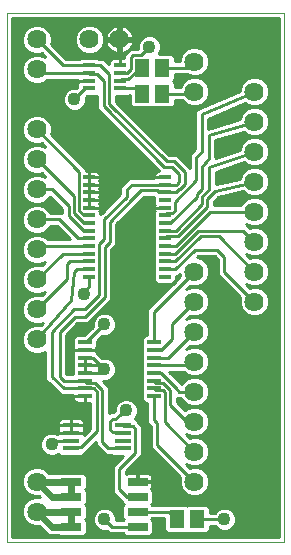
<source format=gtl>
G75*
%MOIN*%
%OFA0B0*%
%FSLAX25Y25*%
%IPPOS*%
%LPD*%
%AMOC8*
5,1,8,0,0,1.08239X$1,22.5*
%
%ADD10C,0.00000*%
%ADD11R,0.05118X0.05906*%
%ADD12C,0.06400*%
%ADD13R,0.06890X0.02559*%
%ADD14R,0.05709X0.01772*%
%ADD15R,0.04724X0.01378*%
%ADD16R,0.04331X0.01772*%
%ADD17R,0.03937X0.01181*%
%ADD18C,0.01000*%
%ADD19C,0.04362*%
%ADD20C,0.02400*%
D10*
X0001500Y0001500D02*
X0001500Y0177701D01*
X0093921Y0177701D01*
X0093921Y0001500D01*
X0001500Y0001500D01*
D11*
X0058154Y0009000D03*
X0064846Y0009000D03*
X0053334Y0150913D03*
X0053350Y0159463D03*
X0046657Y0159463D03*
X0046641Y0150913D03*
D12*
X0039000Y0169000D03*
X0029000Y0169000D03*
X0011500Y0169000D03*
X0011500Y0159000D03*
X0011500Y0139000D03*
X0011500Y0129000D03*
X0011500Y0119000D03*
X0011500Y0109000D03*
X0011500Y0099000D03*
X0011500Y0089000D03*
X0011500Y0079000D03*
X0011500Y0069000D03*
X0011500Y0021500D03*
X0011500Y0011500D03*
X0064000Y0021500D03*
X0064000Y0031500D03*
X0064000Y0041500D03*
X0064000Y0051500D03*
X0064000Y0061500D03*
X0064000Y0071500D03*
X0064000Y0081500D03*
X0064000Y0091500D03*
X0084000Y0091500D03*
X0084000Y0101500D03*
X0084000Y0111500D03*
X0084000Y0121500D03*
X0084000Y0131500D03*
X0084000Y0141500D03*
X0084000Y0151500D03*
X0064000Y0151500D03*
X0064000Y0161500D03*
X0084000Y0081500D03*
D13*
X0045024Y0021500D03*
X0045024Y0016500D03*
X0045024Y0011500D03*
X0045024Y0006500D03*
X0022976Y0006500D03*
X0022976Y0011500D03*
X0022976Y0016500D03*
X0022976Y0021500D03*
D14*
X0022839Y0032661D03*
X0022839Y0035220D03*
X0022839Y0037780D03*
X0022839Y0040339D03*
X0040161Y0040339D03*
X0040161Y0037780D03*
X0040161Y0035220D03*
X0040161Y0032661D03*
D15*
X0050516Y0050043D03*
X0050516Y0052602D03*
X0050516Y0055161D03*
X0050516Y0057720D03*
X0050516Y0060280D03*
X0050516Y0062839D03*
X0050516Y0065398D03*
X0050516Y0067957D03*
X0027484Y0067957D03*
X0027484Y0065398D03*
X0027484Y0062839D03*
X0027484Y0060280D03*
X0027484Y0057720D03*
X0027484Y0055161D03*
X0027484Y0052602D03*
X0027484Y0050043D03*
D16*
X0028882Y0152661D03*
X0028882Y0155220D03*
X0028882Y0157780D03*
X0028882Y0160339D03*
X0039118Y0160339D03*
X0039118Y0157780D03*
X0039118Y0155220D03*
X0039118Y0152661D03*
D17*
X0028902Y0123134D03*
X0028902Y0120575D03*
X0028902Y0118016D03*
X0028902Y0115457D03*
X0028902Y0112898D03*
X0028902Y0110339D03*
X0028902Y0107780D03*
X0028902Y0105220D03*
X0028902Y0102661D03*
X0028902Y0100102D03*
X0028902Y0097543D03*
X0028902Y0094984D03*
X0028902Y0092425D03*
X0028902Y0089866D03*
X0054098Y0089866D03*
X0054098Y0092425D03*
X0054098Y0094984D03*
X0054098Y0097543D03*
X0054098Y0100102D03*
X0054098Y0102661D03*
X0054098Y0105220D03*
X0054098Y0107780D03*
X0054098Y0110339D03*
X0054098Y0112898D03*
X0054098Y0115457D03*
X0054098Y0118016D03*
X0054098Y0120575D03*
X0054098Y0123134D03*
D18*
X0054098Y0123134D01*
X0050630Y0123134D01*
X0050630Y0123922D01*
X0050732Y0124303D01*
X0050930Y0124645D01*
X0051209Y0124925D01*
X0051551Y0125122D01*
X0051932Y0125224D01*
X0052119Y0125224D01*
X0051777Y0125566D01*
X0031653Y0145690D01*
X0031653Y0150076D01*
X0028187Y0150076D01*
X0027881Y0149770D01*
X0027881Y0148228D01*
X0027290Y0146802D01*
X0026198Y0145710D01*
X0024772Y0145119D01*
X0023228Y0145119D01*
X0021802Y0145710D01*
X0020710Y0146802D01*
X0020119Y0148228D01*
X0020119Y0149772D01*
X0020710Y0151198D01*
X0021802Y0152290D01*
X0023228Y0152881D01*
X0024770Y0152881D01*
X0025017Y0153128D01*
X0025017Y0154251D01*
X0025217Y0154451D01*
X0025217Y0155220D01*
X0025986Y0155220D01*
X0025986Y0155220D01*
X0025986Y0155221D01*
X0025217Y0155221D01*
X0025217Y0155580D01*
X0015009Y0155580D01*
X0014276Y0154846D01*
X0012475Y0154100D01*
X0010525Y0154100D01*
X0008724Y0154846D01*
X0007346Y0156224D01*
X0006600Y0158025D01*
X0006600Y0159975D01*
X0007346Y0161776D01*
X0008724Y0163154D01*
X0010525Y0163900D01*
X0012475Y0163900D01*
X0014206Y0163183D01*
X0013050Y0164338D01*
X0012475Y0164100D01*
X0010525Y0164100D01*
X0008724Y0164846D01*
X0007346Y0166224D01*
X0006600Y0168025D01*
X0006600Y0169975D01*
X0007346Y0171776D01*
X0008724Y0173154D01*
X0010525Y0173900D01*
X0012475Y0173900D01*
X0014276Y0173154D01*
X0015654Y0171776D01*
X0016400Y0169975D01*
X0016400Y0168025D01*
X0016162Y0167450D01*
X0021073Y0162539D01*
X0025627Y0162539D01*
X0026012Y0162924D01*
X0031751Y0162924D01*
X0032137Y0162539D01*
X0033573Y0162539D01*
X0035453Y0160659D01*
X0035453Y0161422D01*
X0035555Y0161803D01*
X0035752Y0162145D01*
X0036032Y0162425D01*
X0036374Y0162622D01*
X0036755Y0162724D01*
X0039118Y0162724D01*
X0039118Y0160365D01*
X0039118Y0160365D01*
X0039118Y0162724D01*
X0040598Y0162724D01*
X0040598Y0163866D01*
X0041886Y0165155D01*
X0041886Y0165155D01*
X0042648Y0165916D01*
X0045119Y0165916D01*
X0045119Y0167272D01*
X0045710Y0168698D01*
X0046802Y0169790D01*
X0048228Y0170381D01*
X0049772Y0170381D01*
X0051198Y0169790D01*
X0052290Y0168698D01*
X0052881Y0167272D01*
X0052881Y0165728D01*
X0052290Y0164302D01*
X0052105Y0164116D01*
X0056613Y0164116D01*
X0057609Y0163120D01*
X0057609Y0161663D01*
X0059100Y0161663D01*
X0059100Y0162475D01*
X0059846Y0164276D01*
X0061224Y0165654D01*
X0063025Y0166400D01*
X0064975Y0166400D01*
X0066776Y0165654D01*
X0068154Y0164276D01*
X0068900Y0162475D01*
X0068900Y0160525D01*
X0068154Y0158724D01*
X0066776Y0157346D01*
X0064975Y0156600D01*
X0063025Y0156600D01*
X0061424Y0157263D01*
X0057609Y0157263D01*
X0057609Y0155806D01*
X0056983Y0155181D01*
X0057593Y0154570D01*
X0057593Y0153113D01*
X0059364Y0153113D01*
X0059846Y0154276D01*
X0061224Y0155654D01*
X0063025Y0156400D01*
X0064975Y0156400D01*
X0066776Y0155654D01*
X0068154Y0154276D01*
X0068900Y0152475D01*
X0068900Y0150525D01*
X0068154Y0148724D01*
X0066776Y0147346D01*
X0064975Y0146600D01*
X0063025Y0146600D01*
X0061224Y0147346D01*
X0059857Y0148713D01*
X0057593Y0148713D01*
X0057593Y0147256D01*
X0056597Y0146260D01*
X0050071Y0146260D01*
X0049988Y0146343D01*
X0049905Y0146260D01*
X0043378Y0146260D01*
X0042382Y0147256D01*
X0042382Y0150461D01*
X0042373Y0150461D01*
X0041988Y0150076D01*
X0037853Y0150076D01*
X0037853Y0148259D01*
X0055611Y0130500D01*
X0058157Y0130500D01*
X0059446Y0129211D01*
X0059446Y0129211D01*
X0062454Y0126202D01*
X0062454Y0130657D01*
X0063743Y0131946D01*
X0064254Y0132457D01*
X0064254Y0143501D01*
X0064073Y0143922D01*
X0064254Y0144377D01*
X0064254Y0144866D01*
X0064578Y0145190D01*
X0064748Y0145615D01*
X0065197Y0145809D01*
X0065543Y0146154D01*
X0066001Y0146154D01*
X0079100Y0151788D01*
X0079100Y0152475D01*
X0079846Y0154276D01*
X0081224Y0155654D01*
X0083025Y0156400D01*
X0084975Y0156400D01*
X0086776Y0155654D01*
X0088154Y0154276D01*
X0088900Y0152475D01*
X0088900Y0150525D01*
X0088154Y0148724D01*
X0086776Y0147346D01*
X0084975Y0146600D01*
X0083025Y0146600D01*
X0081224Y0147346D01*
X0080829Y0147741D01*
X0068654Y0142506D01*
X0068654Y0139221D01*
X0079100Y0142335D01*
X0079100Y0142475D01*
X0079846Y0144276D01*
X0081224Y0145654D01*
X0083025Y0146400D01*
X0084975Y0146400D01*
X0086776Y0145654D01*
X0088154Y0144276D01*
X0088900Y0142475D01*
X0088900Y0140525D01*
X0088154Y0138724D01*
X0086776Y0137346D01*
X0084975Y0136600D01*
X0083025Y0136600D01*
X0081224Y0137346D01*
X0080430Y0138140D01*
X0071005Y0135330D01*
X0071005Y0129651D01*
X0071026Y0129482D01*
X0079100Y0132181D01*
X0079100Y0132475D01*
X0079846Y0134276D01*
X0081224Y0135654D01*
X0083025Y0136400D01*
X0084975Y0136400D01*
X0086776Y0135654D01*
X0088154Y0134276D01*
X0088900Y0132475D01*
X0088900Y0130525D01*
X0088154Y0128724D01*
X0086776Y0127346D01*
X0084975Y0126600D01*
X0083025Y0126600D01*
X0081224Y0127346D01*
X0080545Y0128025D01*
X0071177Y0124893D01*
X0071177Y0120639D01*
X0079144Y0122581D01*
X0079846Y0124276D01*
X0081224Y0125654D01*
X0083025Y0126400D01*
X0084975Y0126400D01*
X0086776Y0125654D01*
X0088154Y0124276D01*
X0088900Y0122475D01*
X0088900Y0120525D01*
X0088154Y0118724D01*
X0086776Y0117346D01*
X0084975Y0116600D01*
X0083025Y0116600D01*
X0081224Y0117346D01*
X0080249Y0118321D01*
X0071897Y0116286D01*
X0070500Y0114889D01*
X0070500Y0113654D01*
X0073949Y0113654D01*
X0079599Y0113680D01*
X0079846Y0114276D01*
X0081224Y0115654D01*
X0083025Y0116400D01*
X0084975Y0116400D01*
X0086776Y0115654D01*
X0088154Y0114276D01*
X0088900Y0112475D01*
X0088900Y0110525D01*
X0088154Y0108724D01*
X0086776Y0107346D01*
X0084975Y0106600D01*
X0083025Y0106600D01*
X0081294Y0107317D01*
X0082450Y0106162D01*
X0083025Y0106400D01*
X0084975Y0106400D01*
X0086776Y0105654D01*
X0088154Y0104276D01*
X0088900Y0102475D01*
X0088900Y0100525D01*
X0088154Y0098724D01*
X0086776Y0097346D01*
X0084975Y0096600D01*
X0083025Y0096600D01*
X0081294Y0097317D01*
X0082450Y0096162D01*
X0083025Y0096400D01*
X0084975Y0096400D01*
X0086776Y0095654D01*
X0088154Y0094276D01*
X0088900Y0092475D01*
X0088900Y0090525D01*
X0088154Y0088724D01*
X0086776Y0087346D01*
X0084975Y0086600D01*
X0083025Y0086600D01*
X0081294Y0087317D01*
X0082450Y0086162D01*
X0083025Y0086400D01*
X0084975Y0086400D01*
X0086776Y0085654D01*
X0088154Y0084276D01*
X0088900Y0082475D01*
X0088900Y0080525D01*
X0088154Y0078724D01*
X0086776Y0077346D01*
X0084975Y0076600D01*
X0083025Y0076600D01*
X0081224Y0077346D01*
X0079846Y0078724D01*
X0079100Y0080525D01*
X0079100Y0082475D01*
X0079338Y0083050D01*
X0071800Y0090589D01*
X0071800Y0095589D01*
X0070703Y0096686D01*
X0065025Y0096686D01*
X0064739Y0096400D01*
X0064975Y0096400D01*
X0066776Y0095654D01*
X0068154Y0094276D01*
X0068900Y0092475D01*
X0068900Y0090525D01*
X0068154Y0088724D01*
X0066776Y0087346D01*
X0064975Y0086600D01*
X0063025Y0086600D01*
X0062450Y0086838D01*
X0061294Y0085683D01*
X0063025Y0086400D01*
X0064975Y0086400D01*
X0066776Y0085654D01*
X0068154Y0084276D01*
X0068900Y0082475D01*
X0068900Y0080525D01*
X0068154Y0078724D01*
X0066776Y0077346D01*
X0064975Y0076600D01*
X0063025Y0076600D01*
X0062450Y0076838D01*
X0061294Y0075683D01*
X0063025Y0076400D01*
X0064975Y0076400D01*
X0066776Y0075654D01*
X0068154Y0074276D01*
X0068900Y0072475D01*
X0068900Y0070525D01*
X0068154Y0068724D01*
X0066776Y0067346D01*
X0064975Y0066600D01*
X0063025Y0066600D01*
X0062450Y0066838D01*
X0061294Y0065683D01*
X0063025Y0066400D01*
X0064975Y0066400D01*
X0066776Y0065654D01*
X0068154Y0064276D01*
X0068900Y0062475D01*
X0068900Y0060525D01*
X0068154Y0058724D01*
X0066776Y0057346D01*
X0064975Y0056600D01*
X0063025Y0056600D01*
X0061224Y0057346D01*
X0060491Y0058080D01*
X0055599Y0058080D01*
X0058689Y0054989D01*
X0059716Y0053962D01*
X0059846Y0054276D01*
X0061224Y0055654D01*
X0063025Y0056400D01*
X0064975Y0056400D01*
X0066776Y0055654D01*
X0068154Y0054276D01*
X0068900Y0052475D01*
X0068900Y0050525D01*
X0068154Y0048724D01*
X0066776Y0047346D01*
X0064975Y0046600D01*
X0063025Y0046600D01*
X0061224Y0047346D01*
X0059846Y0048724D01*
X0059608Y0049300D01*
X0058178Y0049300D01*
X0058178Y0047933D01*
X0060841Y0045270D01*
X0061224Y0045654D01*
X0063025Y0046400D01*
X0064975Y0046400D01*
X0066776Y0045654D01*
X0068154Y0044276D01*
X0068900Y0042475D01*
X0068900Y0040525D01*
X0068154Y0038724D01*
X0066776Y0037346D01*
X0064975Y0036600D01*
X0063025Y0036600D01*
X0061294Y0037317D01*
X0062450Y0036162D01*
X0063025Y0036400D01*
X0064975Y0036400D01*
X0066776Y0035654D01*
X0068154Y0034276D01*
X0068900Y0032475D01*
X0068900Y0030525D01*
X0068154Y0028724D01*
X0066776Y0027346D01*
X0064975Y0026600D01*
X0063025Y0026600D01*
X0061294Y0027317D01*
X0062450Y0026162D01*
X0063025Y0026400D01*
X0064975Y0026400D01*
X0066776Y0025654D01*
X0068154Y0024276D01*
X0068900Y0022475D01*
X0068900Y0020525D01*
X0068154Y0018724D01*
X0066776Y0017346D01*
X0064975Y0016600D01*
X0063025Y0016600D01*
X0061224Y0017346D01*
X0059846Y0018724D01*
X0059100Y0020525D01*
X0059100Y0022475D01*
X0059338Y0023050D01*
X0050670Y0031719D01*
X0049381Y0033008D01*
X0049381Y0040193D01*
X0048316Y0041259D01*
X0048316Y0047654D01*
X0047449Y0047654D01*
X0046454Y0048650D01*
X0046454Y0069350D01*
X0047449Y0070346D01*
X0048316Y0070346D01*
X0048316Y0078927D01*
X0059338Y0089950D01*
X0059100Y0090525D01*
X0059100Y0090761D01*
X0058564Y0090225D01*
X0057767Y0090225D01*
X0057767Y0088571D01*
X0056771Y0087576D01*
X0051426Y0087576D01*
X0050430Y0088571D01*
X0050430Y0111633D01*
X0050688Y0111892D01*
X0050630Y0112110D01*
X0050630Y0112898D01*
X0053546Y0112898D01*
X0053546Y0112898D01*
X0050630Y0112898D01*
X0050630Y0113686D01*
X0050688Y0113904D01*
X0050430Y0114162D01*
X0050430Y0116575D01*
X0047186Y0116575D01*
X0045500Y0114889D01*
X0045500Y0114843D01*
X0038000Y0107343D01*
X0038000Y0100658D01*
X0036711Y0099369D01*
X0036281Y0098939D01*
X0036281Y0082043D01*
X0028515Y0074277D01*
X0024934Y0074277D01*
X0021223Y0070566D01*
X0021223Y0057434D01*
X0021295Y0057361D01*
X0023422Y0057361D01*
X0023422Y0064232D01*
X0023639Y0064449D01*
X0023622Y0064511D01*
X0023622Y0065398D01*
X0027484Y0065398D01*
X0027484Y0065398D01*
X0023622Y0065398D01*
X0023622Y0066284D01*
X0023639Y0066347D01*
X0023422Y0066564D01*
X0023422Y0069350D01*
X0024418Y0070346D01*
X0027234Y0070346D01*
X0030119Y0073230D01*
X0030119Y0074772D01*
X0030710Y0076198D01*
X0031802Y0077290D01*
X0033228Y0077881D01*
X0034772Y0077881D01*
X0036198Y0077290D01*
X0037290Y0076198D01*
X0037881Y0074772D01*
X0037881Y0073228D01*
X0037290Y0071802D01*
X0036198Y0070710D01*
X0034772Y0070119D01*
X0033230Y0070119D01*
X0031546Y0068435D01*
X0031546Y0066564D01*
X0031330Y0066347D01*
X0031346Y0066284D01*
X0031346Y0065398D01*
X0027484Y0065398D01*
X0027484Y0065398D01*
X0031346Y0065398D01*
X0031346Y0064765D01*
X0033230Y0062881D01*
X0034772Y0062881D01*
X0036198Y0062290D01*
X0037290Y0061198D01*
X0037881Y0059772D01*
X0037881Y0058228D01*
X0037290Y0056802D01*
X0036198Y0055710D01*
X0034772Y0055119D01*
X0033538Y0055119D01*
X0034211Y0054446D01*
X0035500Y0053157D01*
X0035500Y0044367D01*
X0035857Y0044724D01*
X0036794Y0044724D01*
X0037355Y0045143D01*
X0037355Y0046067D01*
X0037946Y0047494D01*
X0039037Y0048585D01*
X0040464Y0049176D01*
X0042008Y0049176D01*
X0043434Y0048585D01*
X0044526Y0047494D01*
X0045117Y0046067D01*
X0045117Y0044523D01*
X0044526Y0043097D01*
X0044037Y0042607D01*
X0044716Y0041929D01*
X0044716Y0041915D01*
X0045754Y0040877D01*
X0046516Y0040115D01*
X0046516Y0030326D01*
X0041200Y0025010D01*
X0041200Y0024231D01*
X0041381Y0024280D01*
X0044884Y0024280D01*
X0044884Y0021640D01*
X0045163Y0021640D01*
X0045163Y0024280D01*
X0048666Y0024280D01*
X0049047Y0024177D01*
X0049390Y0023980D01*
X0049669Y0023701D01*
X0049866Y0023359D01*
X0049968Y0022977D01*
X0049968Y0021640D01*
X0045163Y0021640D01*
X0045163Y0021360D01*
X0049968Y0021360D01*
X0049968Y0020023D01*
X0049866Y0019641D01*
X0049669Y0019299D01*
X0049511Y0019141D01*
X0050168Y0018484D01*
X0050168Y0014516D01*
X0049652Y0014000D01*
X0049952Y0013700D01*
X0056565Y0013700D01*
X0056612Y0013653D01*
X0061417Y0013653D01*
X0061500Y0013570D01*
X0061583Y0013653D01*
X0068110Y0013653D01*
X0069105Y0012657D01*
X0069105Y0011200D01*
X0070711Y0011200D01*
X0071802Y0012290D01*
X0073228Y0012881D01*
X0074772Y0012881D01*
X0076198Y0012290D01*
X0077290Y0011198D01*
X0077881Y0009772D01*
X0077881Y0008228D01*
X0077290Y0006802D01*
X0076198Y0005710D01*
X0074772Y0005119D01*
X0073228Y0005119D01*
X0071802Y0005710D01*
X0070711Y0006800D01*
X0069105Y0006800D01*
X0069105Y0005343D01*
X0068110Y0004347D01*
X0061583Y0004347D01*
X0061500Y0004430D01*
X0061417Y0004347D01*
X0054890Y0004347D01*
X0053894Y0005343D01*
X0053894Y0009300D01*
X0049952Y0009300D01*
X0049652Y0009000D01*
X0050168Y0008484D01*
X0050168Y0004516D01*
X0049173Y0003520D01*
X0040875Y0003520D01*
X0040095Y0004300D01*
X0035589Y0004300D01*
X0034770Y0005119D01*
X0033228Y0005119D01*
X0031802Y0005710D01*
X0030710Y0006802D01*
X0030119Y0008228D01*
X0030119Y0009772D01*
X0030710Y0011198D01*
X0031802Y0012290D01*
X0033228Y0012881D01*
X0034772Y0012881D01*
X0036198Y0012290D01*
X0037290Y0011198D01*
X0037881Y0009772D01*
X0037881Y0008700D01*
X0040095Y0008700D01*
X0040395Y0009000D01*
X0039879Y0009516D01*
X0039879Y0013484D01*
X0040395Y0014000D01*
X0039879Y0014516D01*
X0039879Y0015010D01*
X0039300Y0015589D01*
X0036800Y0018089D01*
X0036800Y0026833D01*
X0040043Y0030076D01*
X0036603Y0030076D01*
X0036217Y0030461D01*
X0034427Y0030461D01*
X0031100Y0033789D01*
X0031100Y0034792D01*
X0027393Y0031085D01*
X0027393Y0031071D01*
X0026397Y0030076D01*
X0019280Y0030076D01*
X0018661Y0030694D01*
X0017272Y0030119D01*
X0015728Y0030119D01*
X0014302Y0030710D01*
X0013210Y0031802D01*
X0012619Y0033228D01*
X0012619Y0034772D01*
X0013210Y0036198D01*
X0014302Y0037290D01*
X0015728Y0037881D01*
X0017272Y0037881D01*
X0018384Y0037420D01*
X0018484Y0037420D01*
X0018484Y0037779D01*
X0019253Y0037779D01*
X0019253Y0037780D01*
X0018484Y0037780D01*
X0018484Y0038863D01*
X0018537Y0039059D01*
X0018484Y0039255D01*
X0018484Y0040339D01*
X0022838Y0040339D01*
X0022838Y0040339D01*
X0022839Y0040339D02*
X0022839Y0042724D01*
X0022839Y0040339D01*
X0022839Y0040339D01*
X0027193Y0040339D01*
X0027193Y0041422D01*
X0027091Y0041803D01*
X0026893Y0042145D01*
X0026614Y0042425D01*
X0026272Y0042622D01*
X0025890Y0042724D01*
X0022839Y0042724D01*
X0019787Y0042724D01*
X0019405Y0042622D01*
X0019063Y0042425D01*
X0018784Y0042145D01*
X0018586Y0041803D01*
X0018484Y0041422D01*
X0018484Y0040339D01*
X0022838Y0040339D01*
X0022839Y0040338D02*
X0022839Y0040338D01*
X0022839Y0037806D01*
X0022839Y0037806D01*
X0022839Y0040165D01*
X0022839Y0040338D01*
X0022839Y0040339D02*
X0022839Y0040339D01*
X0027193Y0040339D01*
X0027193Y0039255D01*
X0027140Y0039059D01*
X0027193Y0038863D01*
X0027193Y0037780D01*
X0026424Y0037780D01*
X0026424Y0037779D01*
X0027193Y0037779D01*
X0027193Y0037107D01*
X0029300Y0039215D01*
X0029300Y0047854D01*
X0027484Y0047854D01*
X0027484Y0050043D01*
X0027484Y0050043D01*
X0023622Y0050043D01*
X0023622Y0049157D01*
X0023724Y0048775D01*
X0023922Y0048433D01*
X0024201Y0048154D01*
X0024543Y0047957D01*
X0024925Y0047854D01*
X0027484Y0047854D01*
X0027484Y0050043D01*
X0027484Y0050043D01*
X0023622Y0050043D01*
X0023622Y0050402D01*
X0019486Y0050402D01*
X0015589Y0054300D01*
X0015589Y0054300D01*
X0014300Y0055589D01*
X0014300Y0064870D01*
X0014276Y0064846D01*
X0012475Y0064100D01*
X0010525Y0064100D01*
X0008724Y0064846D01*
X0007346Y0066224D01*
X0006600Y0068025D01*
X0006600Y0069975D01*
X0007346Y0071776D01*
X0008724Y0073154D01*
X0010525Y0073900D01*
X0012475Y0073900D01*
X0012778Y0073774D01*
X0013405Y0074486D01*
X0012475Y0074100D01*
X0010525Y0074100D01*
X0008724Y0074846D01*
X0007346Y0076224D01*
X0006600Y0078025D01*
X0006600Y0079975D01*
X0007346Y0081776D01*
X0008724Y0083154D01*
X0010525Y0083900D01*
X0012475Y0083900D01*
X0013050Y0083662D01*
X0014206Y0084817D01*
X0012475Y0084100D01*
X0010525Y0084100D01*
X0008724Y0084846D01*
X0007346Y0086224D01*
X0006600Y0088025D01*
X0006600Y0089975D01*
X0007346Y0091776D01*
X0008724Y0093154D01*
X0010525Y0093900D01*
X0012475Y0093900D01*
X0013050Y0093662D01*
X0014206Y0094817D01*
X0012475Y0094100D01*
X0010525Y0094100D01*
X0008724Y0094846D01*
X0007346Y0096224D01*
X0006600Y0098025D01*
X0006600Y0099975D01*
X0007346Y0101776D01*
X0008724Y0103154D01*
X0010525Y0103900D01*
X0012475Y0103900D01*
X0014276Y0103154D01*
X0015127Y0102302D01*
X0022586Y0102302D01*
X0018089Y0106800D01*
X0015892Y0106800D01*
X0015654Y0106224D01*
X0014276Y0104846D01*
X0012475Y0104100D01*
X0010525Y0104100D01*
X0008724Y0104846D01*
X0007346Y0106224D01*
X0006600Y0108025D01*
X0006600Y0109975D01*
X0007346Y0111776D01*
X0008724Y0113154D01*
X0010525Y0113900D01*
X0012475Y0113900D01*
X0014276Y0113154D01*
X0015654Y0111776D01*
X0015892Y0111200D01*
X0019833Y0111200D01*
X0019833Y0112556D01*
X0015803Y0116585D01*
X0015654Y0116224D01*
X0014276Y0114846D01*
X0012475Y0114100D01*
X0010525Y0114100D01*
X0008724Y0114846D01*
X0007346Y0116224D01*
X0006600Y0118025D01*
X0006600Y0119975D01*
X0007346Y0121776D01*
X0008724Y0123154D01*
X0010525Y0123900D01*
X0012475Y0123900D01*
X0014206Y0123183D01*
X0013050Y0124338D01*
X0012475Y0124100D01*
X0010525Y0124100D01*
X0008724Y0124846D01*
X0007346Y0126224D01*
X0006600Y0128025D01*
X0006600Y0129975D01*
X0007346Y0131776D01*
X0008724Y0133154D01*
X0010525Y0133900D01*
X0012475Y0133900D01*
X0014206Y0133183D01*
X0013050Y0134338D01*
X0012475Y0134100D01*
X0010525Y0134100D01*
X0008724Y0134846D01*
X0007346Y0136224D01*
X0006600Y0138025D01*
X0006600Y0139975D01*
X0007346Y0141776D01*
X0008724Y0143154D01*
X0010525Y0143900D01*
X0012475Y0143900D01*
X0014276Y0143154D01*
X0015654Y0141776D01*
X0016400Y0139975D01*
X0016400Y0138025D01*
X0016162Y0137450D01*
X0026544Y0127067D01*
X0027833Y0125778D01*
X0027833Y0125224D01*
X0028902Y0125224D01*
X0028902Y0123134D01*
X0032370Y0123134D01*
X0032370Y0123922D01*
X0032268Y0124303D01*
X0032070Y0124645D01*
X0031791Y0124925D01*
X0031449Y0125122D01*
X0031068Y0125224D01*
X0028902Y0125224D01*
X0028902Y0123134D01*
X0028902Y0123134D01*
X0032370Y0123134D01*
X0032370Y0122346D01*
X0032268Y0121964D01*
X0032204Y0121854D01*
X0032268Y0121744D01*
X0032370Y0121363D01*
X0032370Y0120575D01*
X0028902Y0120575D01*
X0028902Y0120575D01*
X0028902Y0120575D01*
X0028902Y0123134D01*
X0028902Y0123134D01*
X0028902Y0123134D01*
X0028902Y0122665D01*
X0028902Y0120575D01*
X0032370Y0120575D01*
X0032370Y0119787D01*
X0032268Y0119405D01*
X0032204Y0119295D01*
X0032268Y0119185D01*
X0032370Y0118804D01*
X0032370Y0118016D01*
X0028902Y0118016D01*
X0028902Y0118016D01*
X0028902Y0118016D01*
X0028902Y0120575D01*
X0028902Y0120575D01*
X0028902Y0120106D01*
X0028902Y0118016D01*
X0032370Y0118016D01*
X0032370Y0117228D01*
X0032268Y0116846D01*
X0032204Y0116736D01*
X0032268Y0116626D01*
X0032370Y0116245D01*
X0032370Y0115457D01*
X0028902Y0115457D01*
X0028902Y0115457D01*
X0028902Y0115457D01*
X0028902Y0118016D01*
X0028902Y0118016D01*
X0028902Y0115925D01*
X0028902Y0115457D01*
X0032370Y0115457D01*
X0032370Y0114669D01*
X0032268Y0114287D01*
X0032204Y0114177D01*
X0032268Y0114067D01*
X0032370Y0113686D01*
X0032370Y0112898D01*
X0028902Y0112898D01*
X0028902Y0112898D01*
X0028902Y0112898D01*
X0028902Y0115457D01*
X0028902Y0115457D01*
X0028902Y0114988D01*
X0028902Y0112898D01*
X0032370Y0112898D01*
X0032370Y0112110D01*
X0032312Y0111892D01*
X0032570Y0111633D01*
X0032570Y0110681D01*
X0033089Y0111200D01*
X0039300Y0117411D01*
X0039300Y0119911D01*
X0040589Y0121200D01*
X0042164Y0122775D01*
X0050630Y0122775D01*
X0050630Y0123134D01*
X0054098Y0123134D01*
X0054098Y0120575D02*
X0043075Y0120575D01*
X0041500Y0119000D01*
X0041500Y0116500D01*
X0034000Y0109000D01*
X0034000Y0102315D01*
X0032281Y0100596D01*
X0032281Y0083700D01*
X0027581Y0079000D01*
X0024000Y0079000D01*
X0016500Y0071500D01*
X0016500Y0056500D01*
X0020398Y0052602D01*
X0027484Y0052602D01*
X0030398Y0052602D01*
X0031500Y0051500D01*
X0031500Y0038303D01*
X0026231Y0033035D01*
X0023212Y0033035D01*
X0022839Y0032661D01*
X0022839Y0035220D02*
X0017720Y0035220D01*
X0016500Y0034000D01*
X0018088Y0030457D02*
X0018899Y0030457D01*
X0018484Y0037446D02*
X0018321Y0037446D01*
X0017720Y0037780D02*
X0016500Y0039000D01*
X0017720Y0037780D02*
X0022839Y0037780D01*
X0027780Y0037780D01*
X0029000Y0039000D01*
X0029300Y0039443D02*
X0027193Y0039443D01*
X0027193Y0038445D02*
X0028530Y0038445D01*
X0027532Y0037446D02*
X0027193Y0037446D01*
X0027193Y0040442D02*
X0029300Y0040442D01*
X0029300Y0041440D02*
X0027188Y0041440D01*
X0026589Y0042439D02*
X0029300Y0042439D01*
X0029300Y0043437D02*
X0003200Y0043437D01*
X0003200Y0042439D02*
X0019088Y0042439D01*
X0018489Y0041440D02*
X0003200Y0041440D01*
X0003200Y0040442D02*
X0018484Y0040442D01*
X0018484Y0039443D02*
X0003200Y0039443D01*
X0003200Y0038445D02*
X0018484Y0038445D01*
X0014679Y0037446D02*
X0003200Y0037446D01*
X0003200Y0036448D02*
X0013459Y0036448D01*
X0012899Y0035449D02*
X0003200Y0035449D01*
X0003200Y0034451D02*
X0012619Y0034451D01*
X0012619Y0033452D02*
X0003200Y0033452D01*
X0003200Y0032454D02*
X0012940Y0032454D01*
X0013556Y0031455D02*
X0003200Y0031455D01*
X0003200Y0030457D02*
X0014912Y0030457D01*
X0012475Y0026400D02*
X0010525Y0026400D01*
X0008724Y0025654D01*
X0007346Y0024276D01*
X0006600Y0022475D01*
X0006600Y0020525D01*
X0007346Y0018724D01*
X0008724Y0017346D01*
X0010525Y0016600D01*
X0012299Y0016600D01*
X0012516Y0016383D01*
X0012475Y0016400D01*
X0010525Y0016400D01*
X0008724Y0015654D01*
X0007346Y0014276D01*
X0006600Y0012475D01*
X0006600Y0010525D01*
X0007346Y0008724D01*
X0008724Y0007346D01*
X0010525Y0006600D01*
X0012299Y0006600D01*
X0014857Y0004041D01*
X0015923Y0003600D01*
X0018748Y0003600D01*
X0018827Y0003520D01*
X0027125Y0003520D01*
X0028121Y0004516D01*
X0028121Y0008484D01*
X0027605Y0009000D01*
X0028121Y0009516D01*
X0028121Y0013484D01*
X0027605Y0014000D01*
X0028121Y0014516D01*
X0028121Y0018484D01*
X0027605Y0019000D01*
X0028121Y0019516D01*
X0028121Y0023484D01*
X0027125Y0024480D01*
X0018827Y0024480D01*
X0018748Y0024400D01*
X0015530Y0024400D01*
X0014276Y0025654D01*
X0012475Y0026400D01*
X0014465Y0025464D02*
X0036800Y0025464D01*
X0036800Y0024466D02*
X0027139Y0024466D01*
X0028121Y0023467D02*
X0036800Y0023467D01*
X0036800Y0022469D02*
X0028121Y0022469D01*
X0028121Y0021470D02*
X0036800Y0021470D01*
X0036800Y0020472D02*
X0028121Y0020472D01*
X0028078Y0019473D02*
X0036800Y0019473D01*
X0036800Y0018475D02*
X0028121Y0018475D01*
X0028121Y0017476D02*
X0037413Y0017476D01*
X0038411Y0016478D02*
X0028121Y0016478D01*
X0028121Y0015479D02*
X0039410Y0015479D01*
X0039914Y0014481D02*
X0028086Y0014481D01*
X0028121Y0013482D02*
X0039879Y0013482D01*
X0039879Y0012484D02*
X0035732Y0012484D01*
X0037004Y0011485D02*
X0039879Y0011485D01*
X0039879Y0010487D02*
X0037585Y0010487D01*
X0037881Y0009488D02*
X0039907Y0009488D01*
X0036500Y0006500D02*
X0034000Y0009000D01*
X0032322Y0005494D02*
X0028121Y0005494D01*
X0028121Y0006493D02*
X0031019Y0006493D01*
X0030424Y0007491D02*
X0028121Y0007491D01*
X0028115Y0008490D02*
X0030119Y0008490D01*
X0030119Y0009488D02*
X0028093Y0009488D01*
X0028121Y0010487D02*
X0030415Y0010487D01*
X0030996Y0011485D02*
X0028121Y0011485D01*
X0028121Y0012484D02*
X0032268Y0012484D01*
X0035393Y0004496D02*
X0028100Y0004496D01*
X0036500Y0006500D02*
X0045024Y0006500D01*
X0045024Y0011500D02*
X0055654Y0011500D01*
X0058154Y0009000D01*
X0054742Y0004496D02*
X0050148Y0004496D01*
X0050168Y0005494D02*
X0053894Y0005494D01*
X0053894Y0006493D02*
X0050168Y0006493D01*
X0050168Y0007491D02*
X0053894Y0007491D01*
X0053894Y0008490D02*
X0050163Y0008490D01*
X0050133Y0014481D02*
X0092221Y0014481D01*
X0092221Y0015479D02*
X0050168Y0015479D01*
X0050168Y0016478D02*
X0092221Y0016478D01*
X0092221Y0017476D02*
X0066906Y0017476D01*
X0067904Y0018475D02*
X0092221Y0018475D01*
X0092221Y0019473D02*
X0068464Y0019473D01*
X0068878Y0020472D02*
X0092221Y0020472D01*
X0092221Y0021470D02*
X0068900Y0021470D01*
X0068900Y0022469D02*
X0092221Y0022469D01*
X0092221Y0023467D02*
X0068489Y0023467D01*
X0067964Y0024466D02*
X0092221Y0024466D01*
X0092221Y0025464D02*
X0066965Y0025464D01*
X0066891Y0027461D02*
X0092221Y0027461D01*
X0092221Y0026463D02*
X0062148Y0026463D01*
X0064000Y0021500D02*
X0051581Y0033919D01*
X0051581Y0041105D01*
X0050516Y0042170D01*
X0050516Y0050043D01*
X0051086Y0052032D02*
X0050516Y0052602D01*
X0051086Y0052032D02*
X0053416Y0052032D01*
X0054178Y0051271D01*
X0054178Y0041322D01*
X0064000Y0031500D01*
X0066980Y0035449D02*
X0092221Y0035449D01*
X0092221Y0034451D02*
X0067979Y0034451D01*
X0068495Y0033452D02*
X0092221Y0033452D01*
X0092221Y0032454D02*
X0068900Y0032454D01*
X0068900Y0031455D02*
X0092221Y0031455D01*
X0092221Y0030457D02*
X0068872Y0030457D01*
X0068458Y0029458D02*
X0092221Y0029458D01*
X0092221Y0028460D02*
X0067889Y0028460D01*
X0066876Y0037446D02*
X0092221Y0037446D01*
X0092221Y0036448D02*
X0062163Y0036448D01*
X0061500Y0041500D02*
X0064000Y0041500D01*
X0061500Y0041500D02*
X0055978Y0047022D01*
X0055978Y0052030D01*
X0053416Y0054591D01*
X0051086Y0054591D01*
X0050516Y0055161D01*
X0050516Y0057720D02*
X0052846Y0057720D01*
X0057778Y0052789D01*
X0057778Y0052722D01*
X0059000Y0051500D01*
X0064000Y0051500D01*
X0067010Y0055420D02*
X0092221Y0055420D01*
X0092221Y0056418D02*
X0057260Y0056418D01*
X0056261Y0057417D02*
X0061154Y0057417D01*
X0060990Y0055420D02*
X0058258Y0055420D01*
X0059257Y0054421D02*
X0059991Y0054421D01*
X0060140Y0048430D02*
X0058178Y0048430D01*
X0058680Y0047432D02*
X0061139Y0047432D01*
X0061005Y0045434D02*
X0060677Y0045434D01*
X0059678Y0046433D02*
X0092221Y0046433D01*
X0092221Y0045434D02*
X0066995Y0045434D01*
X0067994Y0044436D02*
X0092221Y0044436D01*
X0092221Y0043437D02*
X0068501Y0043437D01*
X0068900Y0042439D02*
X0092221Y0042439D01*
X0092221Y0041440D02*
X0068900Y0041440D01*
X0068865Y0040442D02*
X0092221Y0040442D01*
X0092221Y0039443D02*
X0068452Y0039443D01*
X0067875Y0038445D02*
X0092221Y0038445D01*
X0092221Y0047432D02*
X0066861Y0047432D01*
X0067860Y0048430D02*
X0092221Y0048430D01*
X0092221Y0049429D02*
X0068446Y0049429D01*
X0068859Y0050427D02*
X0092221Y0050427D01*
X0092221Y0051426D02*
X0068900Y0051426D01*
X0068900Y0052424D02*
X0092221Y0052424D01*
X0092221Y0053423D02*
X0068507Y0053423D01*
X0068009Y0054421D02*
X0092221Y0054421D01*
X0092221Y0057417D02*
X0066846Y0057417D01*
X0067845Y0058415D02*
X0092221Y0058415D01*
X0092221Y0059414D02*
X0068440Y0059414D01*
X0068853Y0060412D02*
X0092221Y0060412D01*
X0092221Y0061411D02*
X0068900Y0061411D01*
X0068900Y0062409D02*
X0092221Y0062409D01*
X0092221Y0063408D02*
X0068514Y0063408D01*
X0068023Y0064406D02*
X0092221Y0064406D01*
X0092221Y0065405D02*
X0067025Y0065405D01*
X0066831Y0067402D02*
X0092221Y0067402D01*
X0092221Y0068400D02*
X0067830Y0068400D01*
X0068433Y0069399D02*
X0092221Y0069399D01*
X0092221Y0070397D02*
X0068847Y0070397D01*
X0068900Y0071396D02*
X0092221Y0071396D01*
X0092221Y0072394D02*
X0068900Y0072394D01*
X0068520Y0073393D02*
X0092221Y0073393D01*
X0092221Y0074391D02*
X0068038Y0074391D01*
X0067040Y0075390D02*
X0092221Y0075390D01*
X0092221Y0076388D02*
X0065003Y0076388D01*
X0066816Y0077387D02*
X0081183Y0077387D01*
X0080185Y0078385D02*
X0067815Y0078385D01*
X0068427Y0079384D02*
X0079573Y0079384D01*
X0079159Y0080382D02*
X0068841Y0080382D01*
X0068900Y0081381D02*
X0079100Y0081381D01*
X0079100Y0082379D02*
X0068900Y0082379D01*
X0068526Y0083378D02*
X0079011Y0083378D01*
X0078012Y0084376D02*
X0068053Y0084376D01*
X0067055Y0085375D02*
X0077014Y0085375D01*
X0076015Y0086373D02*
X0065039Y0086373D01*
X0066802Y0087372D02*
X0075017Y0087372D01*
X0074018Y0088370D02*
X0067800Y0088370D01*
X0068421Y0089369D02*
X0073020Y0089369D01*
X0072021Y0090368D02*
X0068835Y0090368D01*
X0068900Y0091366D02*
X0071800Y0091366D01*
X0071800Y0092365D02*
X0068900Y0092365D01*
X0068532Y0093363D02*
X0071800Y0093363D01*
X0071800Y0094362D02*
X0068068Y0094362D01*
X0067070Y0095360D02*
X0071800Y0095360D01*
X0071030Y0096359D02*
X0065075Y0096359D01*
X0064114Y0098886D02*
X0071614Y0098886D01*
X0074000Y0096500D01*
X0074000Y0091500D01*
X0084000Y0081500D01*
X0082961Y0086373D02*
X0082238Y0086373D01*
X0085039Y0086373D02*
X0092221Y0086373D01*
X0092221Y0085375D02*
X0087055Y0085375D01*
X0088053Y0084376D02*
X0092221Y0084376D01*
X0092221Y0083378D02*
X0088526Y0083378D01*
X0088900Y0082379D02*
X0092221Y0082379D01*
X0092221Y0081381D02*
X0088900Y0081381D01*
X0088841Y0080382D02*
X0092221Y0080382D01*
X0092221Y0079384D02*
X0088427Y0079384D01*
X0087815Y0078385D02*
X0092221Y0078385D01*
X0092221Y0077387D02*
X0086816Y0077387D01*
X0086802Y0087372D02*
X0092221Y0087372D01*
X0092221Y0088370D02*
X0087800Y0088370D01*
X0088421Y0089369D02*
X0092221Y0089369D01*
X0092221Y0090368D02*
X0088835Y0090368D01*
X0088900Y0091366D02*
X0092221Y0091366D01*
X0092221Y0092365D02*
X0088900Y0092365D01*
X0088532Y0093363D02*
X0092221Y0093363D01*
X0092221Y0094362D02*
X0088068Y0094362D01*
X0087070Y0095360D02*
X0092221Y0095360D01*
X0092221Y0096359D02*
X0085075Y0096359D01*
X0086787Y0097357D02*
X0092221Y0097357D01*
X0092221Y0098356D02*
X0087785Y0098356D01*
X0088415Y0099354D02*
X0092221Y0099354D01*
X0092221Y0100353D02*
X0088828Y0100353D01*
X0088900Y0101351D02*
X0092221Y0101351D01*
X0092221Y0102350D02*
X0088900Y0102350D01*
X0088538Y0103348D02*
X0092221Y0103348D01*
X0092221Y0104347D02*
X0088083Y0104347D01*
X0087084Y0105345D02*
X0092221Y0105345D01*
X0092221Y0106344D02*
X0085111Y0106344D01*
X0086766Y0107342D02*
X0092221Y0107342D01*
X0092221Y0108341D02*
X0087770Y0108341D01*
X0088409Y0109339D02*
X0092221Y0109339D01*
X0092221Y0110338D02*
X0088822Y0110338D01*
X0088900Y0111336D02*
X0092221Y0111336D01*
X0092221Y0112335D02*
X0088900Y0112335D01*
X0088544Y0113333D02*
X0092221Y0113333D01*
X0092221Y0114332D02*
X0088098Y0114332D01*
X0087099Y0115330D02*
X0092221Y0115330D01*
X0092221Y0116329D02*
X0085147Y0116329D01*
X0086731Y0117327D02*
X0092221Y0117327D01*
X0092221Y0118326D02*
X0087755Y0118326D01*
X0088403Y0119324D02*
X0092221Y0119324D01*
X0092221Y0120323D02*
X0088816Y0120323D01*
X0088900Y0121321D02*
X0092221Y0121321D01*
X0092221Y0122320D02*
X0088900Y0122320D01*
X0088551Y0123318D02*
X0092221Y0123318D01*
X0092221Y0124317D02*
X0088113Y0124317D01*
X0087114Y0125315D02*
X0092221Y0125315D01*
X0092221Y0126314D02*
X0085182Y0126314D01*
X0086695Y0127312D02*
X0092221Y0127312D01*
X0092221Y0128311D02*
X0087741Y0128311D01*
X0088396Y0129309D02*
X0092221Y0129309D01*
X0092221Y0130308D02*
X0088810Y0130308D01*
X0088900Y0131306D02*
X0092221Y0131306D01*
X0092221Y0132305D02*
X0088900Y0132305D01*
X0088557Y0133303D02*
X0092221Y0133303D01*
X0092221Y0134302D02*
X0088128Y0134302D01*
X0087129Y0135301D02*
X0092221Y0135301D01*
X0092221Y0136299D02*
X0085218Y0136299D01*
X0086659Y0137298D02*
X0092221Y0137298D01*
X0092221Y0138296D02*
X0087726Y0138296D01*
X0088390Y0139295D02*
X0092221Y0139295D01*
X0092221Y0140293D02*
X0088804Y0140293D01*
X0088900Y0141292D02*
X0092221Y0141292D01*
X0092221Y0142290D02*
X0088900Y0142290D01*
X0088563Y0143289D02*
X0092221Y0143289D01*
X0092221Y0144287D02*
X0088143Y0144287D01*
X0087144Y0145286D02*
X0092221Y0145286D01*
X0092221Y0146284D02*
X0085254Y0146284D01*
X0086623Y0147283D02*
X0092221Y0147283D01*
X0092221Y0148281D02*
X0087711Y0148281D01*
X0088384Y0149280D02*
X0092221Y0149280D01*
X0092221Y0150278D02*
X0088798Y0150278D01*
X0088900Y0151277D02*
X0092221Y0151277D01*
X0092221Y0152275D02*
X0088900Y0152275D01*
X0088569Y0153274D02*
X0092221Y0153274D01*
X0092221Y0154272D02*
X0088155Y0154272D01*
X0087159Y0155271D02*
X0092221Y0155271D01*
X0092221Y0156269D02*
X0085290Y0156269D01*
X0082710Y0156269D02*
X0065290Y0156269D01*
X0066587Y0157268D02*
X0092221Y0157268D01*
X0092221Y0158266D02*
X0067696Y0158266D01*
X0068378Y0159265D02*
X0092221Y0159265D01*
X0092221Y0160263D02*
X0068791Y0160263D01*
X0068900Y0161262D02*
X0092221Y0161262D01*
X0092221Y0162260D02*
X0068900Y0162260D01*
X0068575Y0163259D02*
X0092221Y0163259D01*
X0092221Y0164257D02*
X0068162Y0164257D01*
X0067174Y0165256D02*
X0092221Y0165256D01*
X0092221Y0166254D02*
X0065326Y0166254D01*
X0062674Y0166254D02*
X0052881Y0166254D01*
X0052881Y0167253D02*
X0092221Y0167253D01*
X0092221Y0168251D02*
X0052475Y0168251D01*
X0051739Y0169250D02*
X0092221Y0169250D01*
X0092221Y0170248D02*
X0050092Y0170248D01*
X0047908Y0170248D02*
X0043536Y0170248D01*
X0043584Y0170101D02*
X0043356Y0170804D01*
X0043020Y0171463D01*
X0042585Y0172062D01*
X0042062Y0172585D01*
X0041463Y0173020D01*
X0040804Y0173356D01*
X0040101Y0173584D01*
X0039500Y0173679D01*
X0039500Y0169500D01*
X0038500Y0169500D01*
X0038500Y0173679D01*
X0037899Y0173584D01*
X0037196Y0173356D01*
X0036537Y0173020D01*
X0035938Y0172585D01*
X0035415Y0172062D01*
X0034980Y0171463D01*
X0034644Y0170804D01*
X0034416Y0170101D01*
X0034321Y0169500D01*
X0038500Y0169500D01*
X0038500Y0168500D01*
X0034321Y0168500D01*
X0034416Y0167899D01*
X0034644Y0167196D01*
X0034980Y0166537D01*
X0035415Y0165938D01*
X0035938Y0165415D01*
X0036537Y0164980D01*
X0037196Y0164644D01*
X0037899Y0164416D01*
X0038500Y0164321D01*
X0038500Y0168500D01*
X0039500Y0168500D01*
X0039500Y0169500D01*
X0043679Y0169500D01*
X0043584Y0170101D01*
X0043130Y0171247D02*
X0092221Y0171247D01*
X0092221Y0172245D02*
X0042401Y0172245D01*
X0041023Y0173244D02*
X0092221Y0173244D01*
X0092221Y0174242D02*
X0003200Y0174242D01*
X0003200Y0173244D02*
X0008941Y0173244D01*
X0007816Y0172245D02*
X0003200Y0172245D01*
X0003200Y0171247D02*
X0007127Y0171247D01*
X0006713Y0170248D02*
X0003200Y0170248D01*
X0003200Y0169250D02*
X0006600Y0169250D01*
X0006600Y0168251D02*
X0003200Y0168251D01*
X0003200Y0167253D02*
X0006920Y0167253D01*
X0007334Y0166254D02*
X0003200Y0166254D01*
X0003200Y0165256D02*
X0008314Y0165256D01*
X0008977Y0163259D02*
X0003200Y0163259D01*
X0003200Y0164257D02*
X0010145Y0164257D01*
X0007831Y0162260D02*
X0003200Y0162260D01*
X0003200Y0161262D02*
X0007133Y0161262D01*
X0006720Y0160263D02*
X0003200Y0160263D01*
X0003200Y0159265D02*
X0006600Y0159265D01*
X0006600Y0158266D02*
X0003200Y0158266D01*
X0003200Y0157268D02*
X0006914Y0157268D01*
X0007327Y0156269D02*
X0003200Y0156269D01*
X0003200Y0155271D02*
X0008300Y0155271D01*
X0010110Y0154272D02*
X0003200Y0154272D01*
X0003200Y0153274D02*
X0025017Y0153274D01*
X0025037Y0154272D02*
X0012890Y0154272D01*
X0014700Y0155271D02*
X0025217Y0155271D01*
X0027661Y0152661D02*
X0024000Y0149000D01*
X0025175Y0145286D02*
X0032057Y0145286D01*
X0031653Y0146284D02*
X0026773Y0146284D01*
X0027490Y0147283D02*
X0031653Y0147283D01*
X0031653Y0148281D02*
X0027881Y0148281D01*
X0027881Y0149280D02*
X0031653Y0149280D01*
X0033853Y0146602D02*
X0053977Y0126477D01*
X0054000Y0126500D01*
X0056500Y0126500D01*
X0059000Y0124000D01*
X0059000Y0121500D01*
X0058300Y0120800D01*
X0058254Y0120800D01*
X0058029Y0120575D01*
X0054098Y0120575D01*
X0054008Y0118106D02*
X0052169Y0118106D01*
X0051501Y0118775D01*
X0046275Y0118775D01*
X0043300Y0115800D01*
X0043300Y0115754D01*
X0035800Y0108254D01*
X0035800Y0101569D01*
X0034081Y0099850D01*
X0034081Y0082954D01*
X0027604Y0076477D01*
X0024023Y0076477D01*
X0019023Y0071477D01*
X0019023Y0066500D01*
X0019023Y0067896D01*
X0019023Y0066500D02*
X0019023Y0056523D01*
X0020384Y0055161D01*
X0027484Y0055161D01*
X0028054Y0054591D01*
X0030954Y0054591D01*
X0033300Y0052246D01*
X0033300Y0034700D01*
X0035339Y0032661D01*
X0040161Y0032661D01*
X0039426Y0029458D02*
X0003200Y0029458D01*
X0003200Y0028460D02*
X0038427Y0028460D01*
X0037429Y0027461D02*
X0003200Y0027461D01*
X0003200Y0026463D02*
X0036800Y0026463D01*
X0039000Y0025921D02*
X0044316Y0031237D01*
X0044316Y0039204D01*
X0043554Y0039965D01*
X0040535Y0039965D01*
X0040161Y0040339D01*
X0039788Y0038153D02*
X0036769Y0038153D01*
X0036007Y0038914D01*
X0036007Y0041763D01*
X0036769Y0042524D01*
X0037524Y0042524D01*
X0041236Y0045295D01*
X0043590Y0048430D02*
X0046674Y0048430D01*
X0046454Y0049429D02*
X0035500Y0049429D01*
X0035500Y0050427D02*
X0046454Y0050427D01*
X0046454Y0051426D02*
X0035500Y0051426D01*
X0035500Y0052424D02*
X0046454Y0052424D01*
X0046454Y0053423D02*
X0035234Y0053423D01*
X0034236Y0054421D02*
X0046454Y0054421D01*
X0046454Y0055420D02*
X0035498Y0055420D01*
X0036907Y0056418D02*
X0046454Y0056418D01*
X0046454Y0057417D02*
X0037545Y0057417D01*
X0037881Y0058415D02*
X0046454Y0058415D01*
X0046454Y0059414D02*
X0037881Y0059414D01*
X0037616Y0060412D02*
X0046454Y0060412D01*
X0046454Y0061411D02*
X0037078Y0061411D01*
X0035911Y0062409D02*
X0046454Y0062409D01*
X0046454Y0063408D02*
X0032704Y0063408D01*
X0031705Y0064406D02*
X0046454Y0064406D01*
X0046454Y0065405D02*
X0031346Y0065405D01*
X0031386Y0066403D02*
X0046454Y0066403D01*
X0046454Y0067402D02*
X0031546Y0067402D01*
X0031546Y0068400D02*
X0046454Y0068400D01*
X0046502Y0069399D02*
X0032510Y0069399D01*
X0035444Y0070397D02*
X0048316Y0070397D01*
X0048316Y0071396D02*
X0036884Y0071396D01*
X0037536Y0072394D02*
X0048316Y0072394D01*
X0048316Y0073393D02*
X0037881Y0073393D01*
X0037881Y0074391D02*
X0048316Y0074391D01*
X0048316Y0075390D02*
X0037625Y0075390D01*
X0037100Y0076388D02*
X0048316Y0076388D01*
X0048316Y0077387D02*
X0035965Y0077387D01*
X0034620Y0080382D02*
X0049771Y0080382D01*
X0048773Y0079384D02*
X0033622Y0079384D01*
X0032623Y0078385D02*
X0048316Y0078385D01*
X0050516Y0078016D02*
X0064000Y0091500D01*
X0062961Y0086373D02*
X0061985Y0086373D01*
X0058758Y0089369D02*
X0057767Y0089369D01*
X0057759Y0088370D02*
X0057566Y0088370D01*
X0056761Y0087372D02*
X0036281Y0087372D01*
X0036281Y0088370D02*
X0050631Y0088370D01*
X0050430Y0089369D02*
X0036281Y0089369D01*
X0036281Y0090368D02*
X0050430Y0090368D01*
X0050430Y0091366D02*
X0036281Y0091366D01*
X0036281Y0092365D02*
X0050430Y0092365D01*
X0050430Y0093363D02*
X0036281Y0093363D01*
X0036281Y0094362D02*
X0050430Y0094362D01*
X0050430Y0095360D02*
X0036281Y0095360D01*
X0036281Y0096359D02*
X0050430Y0096359D01*
X0050430Y0097357D02*
X0036281Y0097357D01*
X0036281Y0098356D02*
X0050430Y0098356D01*
X0050430Y0099354D02*
X0036696Y0099354D01*
X0037695Y0100353D02*
X0050430Y0100353D01*
X0050430Y0101351D02*
X0038000Y0101351D01*
X0038000Y0102350D02*
X0050430Y0102350D01*
X0050430Y0103348D02*
X0038000Y0103348D01*
X0038000Y0104347D02*
X0050430Y0104347D01*
X0050430Y0105345D02*
X0038000Y0105345D01*
X0038000Y0106344D02*
X0050430Y0106344D01*
X0050430Y0107342D02*
X0038000Y0107342D01*
X0038998Y0108341D02*
X0050430Y0108341D01*
X0050430Y0109339D02*
X0039996Y0109339D01*
X0040995Y0110338D02*
X0050430Y0110338D01*
X0050430Y0111336D02*
X0041993Y0111336D01*
X0042992Y0112335D02*
X0050630Y0112335D01*
X0050630Y0113333D02*
X0043990Y0113333D01*
X0044989Y0114332D02*
X0050430Y0114332D01*
X0050430Y0115330D02*
X0045942Y0115330D01*
X0046940Y0116329D02*
X0050430Y0116329D01*
X0052260Y0118016D02*
X0054098Y0118016D01*
X0054008Y0118106D01*
X0054098Y0118016D02*
X0058016Y0118016D01*
X0059000Y0119000D01*
X0059046Y0119000D01*
X0060800Y0120754D01*
X0060800Y0124746D01*
X0057246Y0128300D01*
X0054700Y0128300D01*
X0035653Y0147347D01*
X0035653Y0157347D01*
X0032661Y0160339D01*
X0028882Y0160339D01*
X0020161Y0160339D01*
X0011500Y0169000D01*
X0014059Y0173244D02*
X0026441Y0173244D01*
X0026224Y0173154D02*
X0024846Y0171776D01*
X0024100Y0169975D01*
X0024100Y0168025D01*
X0024846Y0166224D01*
X0026224Y0164846D01*
X0028025Y0164100D01*
X0029975Y0164100D01*
X0031776Y0164846D01*
X0033154Y0166224D01*
X0033900Y0168025D01*
X0033900Y0169975D01*
X0033154Y0171776D01*
X0031776Y0173154D01*
X0029975Y0173900D01*
X0028025Y0173900D01*
X0026224Y0173154D01*
X0025316Y0172245D02*
X0015184Y0172245D01*
X0015873Y0171247D02*
X0024627Y0171247D01*
X0024213Y0170248D02*
X0016287Y0170248D01*
X0016400Y0169250D02*
X0024100Y0169250D01*
X0024100Y0168251D02*
X0016400Y0168251D01*
X0016358Y0167253D02*
X0024420Y0167253D01*
X0024834Y0166254D02*
X0017357Y0166254D01*
X0018355Y0165256D02*
X0025814Y0165256D01*
X0027645Y0164257D02*
X0019354Y0164257D01*
X0020352Y0163259D02*
X0040598Y0163259D01*
X0040989Y0164257D02*
X0030355Y0164257D01*
X0032185Y0165256D02*
X0036157Y0165256D01*
X0035185Y0166254D02*
X0033166Y0166254D01*
X0033580Y0167253D02*
X0034626Y0167253D01*
X0034360Y0168251D02*
X0033900Y0168251D01*
X0033900Y0169250D02*
X0038500Y0169250D01*
X0038500Y0170248D02*
X0039500Y0170248D01*
X0039500Y0169250D02*
X0046261Y0169250D01*
X0045525Y0168251D02*
X0043640Y0168251D01*
X0043679Y0168500D02*
X0039500Y0168500D01*
X0039500Y0164321D01*
X0040101Y0164416D01*
X0040804Y0164644D01*
X0041463Y0164980D01*
X0042062Y0165415D01*
X0042585Y0165938D01*
X0043020Y0166537D01*
X0043356Y0167196D01*
X0043584Y0167899D01*
X0043679Y0168500D01*
X0043374Y0167253D02*
X0045119Y0167253D01*
X0045119Y0166254D02*
X0042815Y0166254D01*
X0041987Y0165256D02*
X0041843Y0165256D01*
X0043559Y0163716D02*
X0042798Y0162955D01*
X0042798Y0159128D01*
X0041449Y0157780D01*
X0039118Y0157780D01*
X0039491Y0155594D02*
X0041822Y0155594D01*
X0045692Y0159463D01*
X0046657Y0159463D01*
X0046216Y0163716D02*
X0049000Y0166500D01*
X0046216Y0163716D02*
X0043559Y0163716D01*
X0039500Y0165256D02*
X0038500Y0165256D01*
X0038500Y0166254D02*
X0039500Y0166254D01*
X0039500Y0167253D02*
X0038500Y0167253D01*
X0038500Y0168251D02*
X0039500Y0168251D01*
X0039500Y0171247D02*
X0038500Y0171247D01*
X0038500Y0172245D02*
X0039500Y0172245D01*
X0039500Y0173244D02*
X0038500Y0173244D01*
X0036977Y0173244D02*
X0031559Y0173244D01*
X0032684Y0172245D02*
X0035599Y0172245D01*
X0034870Y0171247D02*
X0033373Y0171247D01*
X0033787Y0170248D02*
X0034464Y0170248D01*
X0033851Y0162260D02*
X0035867Y0162260D01*
X0035453Y0161262D02*
X0034849Y0161262D01*
X0031586Y0157406D02*
X0033853Y0155139D01*
X0033853Y0146602D01*
X0033056Y0144287D02*
X0003200Y0144287D01*
X0003200Y0143289D02*
X0009049Y0143289D01*
X0007860Y0142290D02*
X0003200Y0142290D01*
X0003200Y0141292D02*
X0007145Y0141292D01*
X0006732Y0140293D02*
X0003200Y0140293D01*
X0003200Y0139295D02*
X0006600Y0139295D01*
X0006600Y0138296D02*
X0003200Y0138296D01*
X0003200Y0137298D02*
X0006901Y0137298D01*
X0007315Y0136299D02*
X0003200Y0136299D01*
X0003200Y0135301D02*
X0008270Y0135301D01*
X0009085Y0133303D02*
X0003200Y0133303D01*
X0003200Y0132305D02*
X0007875Y0132305D01*
X0007152Y0131306D02*
X0003200Y0131306D01*
X0003200Y0130308D02*
X0006738Y0130308D01*
X0006600Y0129309D02*
X0003200Y0129309D01*
X0003200Y0128311D02*
X0006600Y0128311D01*
X0006895Y0127312D02*
X0003200Y0127312D01*
X0003200Y0126314D02*
X0007309Y0126314D01*
X0008255Y0125315D02*
X0003200Y0125315D01*
X0003200Y0124317D02*
X0010002Y0124317D01*
X0009121Y0123318D02*
X0003200Y0123318D01*
X0003200Y0122320D02*
X0007890Y0122320D01*
X0007158Y0121321D02*
X0003200Y0121321D01*
X0003200Y0120323D02*
X0006744Y0120323D01*
X0006600Y0119324D02*
X0003200Y0119324D01*
X0003200Y0118326D02*
X0006600Y0118326D01*
X0006889Y0117327D02*
X0003200Y0117327D01*
X0003200Y0116329D02*
X0007303Y0116329D01*
X0008240Y0115330D02*
X0003200Y0115330D01*
X0003200Y0114332D02*
X0009966Y0114332D01*
X0009157Y0113333D02*
X0003200Y0113333D01*
X0003200Y0112335D02*
X0007905Y0112335D01*
X0007164Y0111336D02*
X0003200Y0111336D01*
X0003200Y0110338D02*
X0006750Y0110338D01*
X0006600Y0109339D02*
X0003200Y0109339D01*
X0003200Y0108341D02*
X0006600Y0108341D01*
X0006883Y0107342D02*
X0003200Y0107342D01*
X0003200Y0106344D02*
X0007297Y0106344D01*
X0008225Y0105345D02*
X0003200Y0105345D01*
X0003200Y0104347D02*
X0009930Y0104347D01*
X0009193Y0103348D02*
X0003200Y0103348D01*
X0003200Y0102350D02*
X0007920Y0102350D01*
X0007170Y0101351D02*
X0003200Y0101351D01*
X0003200Y0100353D02*
X0006757Y0100353D01*
X0006600Y0099354D02*
X0003200Y0099354D01*
X0003200Y0098356D02*
X0006600Y0098356D01*
X0006877Y0097357D02*
X0003200Y0097357D01*
X0003200Y0096359D02*
X0007290Y0096359D01*
X0008210Y0095360D02*
X0003200Y0095360D01*
X0003200Y0094362D02*
X0009894Y0094362D01*
X0009229Y0093363D02*
X0003200Y0093363D01*
X0003200Y0092365D02*
X0007935Y0092365D01*
X0007176Y0091366D02*
X0003200Y0091366D01*
X0003200Y0090368D02*
X0006763Y0090368D01*
X0006600Y0089369D02*
X0003200Y0089369D01*
X0003200Y0088370D02*
X0006600Y0088370D01*
X0006871Y0087372D02*
X0003200Y0087372D01*
X0003200Y0086373D02*
X0007284Y0086373D01*
X0008195Y0085375D02*
X0003200Y0085375D01*
X0003200Y0084376D02*
X0009858Y0084376D01*
X0009265Y0083378D02*
X0003200Y0083378D01*
X0003200Y0082379D02*
X0007950Y0082379D01*
X0007182Y0081381D02*
X0003200Y0081381D01*
X0003200Y0080382D02*
X0006769Y0080382D01*
X0006600Y0079384D02*
X0003200Y0079384D01*
X0003200Y0078385D02*
X0006600Y0078385D01*
X0006864Y0077387D02*
X0003200Y0077387D01*
X0003200Y0076388D02*
X0007278Y0076388D01*
X0008181Y0075390D02*
X0003200Y0075390D01*
X0003200Y0074391D02*
X0009822Y0074391D01*
X0009301Y0073393D02*
X0003200Y0073393D01*
X0003200Y0072394D02*
X0007965Y0072394D01*
X0007189Y0071396D02*
X0003200Y0071396D01*
X0003200Y0070397D02*
X0006775Y0070397D01*
X0006600Y0069399D02*
X0003200Y0069399D01*
X0003200Y0068400D02*
X0006600Y0068400D01*
X0006858Y0067402D02*
X0003200Y0067402D01*
X0003200Y0066403D02*
X0007272Y0066403D01*
X0008166Y0065405D02*
X0003200Y0065405D01*
X0003200Y0064406D02*
X0009786Y0064406D01*
X0011500Y0069000D02*
X0022978Y0082011D01*
X0024000Y0091500D01*
X0024925Y0092425D01*
X0028902Y0092425D01*
X0028902Y0089866D02*
X0028902Y0086598D01*
X0027243Y0084176D01*
X0031625Y0077387D02*
X0032035Y0077387D01*
X0030900Y0076388D02*
X0030626Y0076388D01*
X0030375Y0075390D02*
X0029628Y0075390D01*
X0030119Y0074391D02*
X0028629Y0074391D01*
X0029283Y0072394D02*
X0023051Y0072394D01*
X0022053Y0071396D02*
X0028285Y0071396D01*
X0027286Y0070397D02*
X0021223Y0070397D01*
X0021223Y0069399D02*
X0023471Y0069399D01*
X0023422Y0068400D02*
X0021223Y0068400D01*
X0021223Y0067402D02*
X0023422Y0067402D01*
X0023582Y0066403D02*
X0021223Y0066403D01*
X0021223Y0065405D02*
X0023622Y0065405D01*
X0023597Y0064406D02*
X0021223Y0064406D01*
X0021223Y0063408D02*
X0023422Y0063408D01*
X0023422Y0062409D02*
X0021223Y0062409D01*
X0021223Y0061411D02*
X0023422Y0061411D01*
X0023422Y0060412D02*
X0021223Y0060412D01*
X0021223Y0059414D02*
X0023422Y0059414D01*
X0023422Y0058415D02*
X0021223Y0058415D01*
X0021240Y0057417D02*
X0023422Y0057417D01*
X0027484Y0057720D02*
X0032720Y0057720D01*
X0034000Y0059000D01*
X0032720Y0060280D01*
X0027484Y0060280D01*
X0027484Y0062839D01*
X0030161Y0062839D01*
X0034000Y0059000D01*
X0035500Y0048430D02*
X0038882Y0048430D01*
X0037920Y0047432D02*
X0035500Y0047432D01*
X0035500Y0046433D02*
X0037506Y0046433D01*
X0037355Y0045434D02*
X0035500Y0045434D01*
X0035500Y0044436D02*
X0035569Y0044436D01*
X0039788Y0038153D02*
X0040161Y0037780D01*
X0044205Y0042439D02*
X0048316Y0042439D01*
X0048316Y0043437D02*
X0044667Y0043437D01*
X0045081Y0044436D02*
X0048316Y0044436D01*
X0048316Y0045434D02*
X0045117Y0045434D01*
X0044965Y0046433D02*
X0048316Y0046433D01*
X0048316Y0047432D02*
X0044552Y0047432D01*
X0045190Y0041440D02*
X0048316Y0041440D01*
X0049133Y0040442D02*
X0046189Y0040442D01*
X0046516Y0039443D02*
X0049381Y0039443D01*
X0049381Y0038445D02*
X0046516Y0038445D01*
X0046516Y0037446D02*
X0049381Y0037446D01*
X0049381Y0036448D02*
X0046516Y0036448D01*
X0046516Y0035449D02*
X0049381Y0035449D01*
X0049381Y0034451D02*
X0046516Y0034451D01*
X0046516Y0033452D02*
X0049381Y0033452D01*
X0049935Y0032454D02*
X0046516Y0032454D01*
X0046516Y0031455D02*
X0050933Y0031455D01*
X0051932Y0030457D02*
X0046516Y0030457D01*
X0045648Y0029458D02*
X0052930Y0029458D01*
X0053929Y0028460D02*
X0044650Y0028460D01*
X0043651Y0027461D02*
X0054927Y0027461D01*
X0055926Y0026463D02*
X0042653Y0026463D01*
X0041654Y0025464D02*
X0056924Y0025464D01*
X0057923Y0024466D02*
X0041200Y0024466D01*
X0039000Y0025921D02*
X0039000Y0019000D01*
X0041500Y0016500D01*
X0045024Y0016500D01*
X0045163Y0021470D02*
X0059100Y0021470D01*
X0059122Y0020472D02*
X0049968Y0020472D01*
X0049769Y0019473D02*
X0059536Y0019473D01*
X0060096Y0018475D02*
X0050168Y0018475D01*
X0050168Y0017476D02*
X0061094Y0017476D01*
X0059100Y0022469D02*
X0049968Y0022469D01*
X0049803Y0023467D02*
X0058921Y0023467D01*
X0064846Y0009000D02*
X0074000Y0009000D01*
X0075678Y0005494D02*
X0092221Y0005494D01*
X0092221Y0004496D02*
X0068258Y0004496D01*
X0069105Y0005494D02*
X0072322Y0005494D01*
X0071019Y0006493D02*
X0069105Y0006493D01*
X0069105Y0011485D02*
X0070996Y0011485D01*
X0072268Y0012484D02*
X0069105Y0012484D01*
X0068280Y0013482D02*
X0092221Y0013482D01*
X0092221Y0012484D02*
X0075732Y0012484D01*
X0077004Y0011485D02*
X0092221Y0011485D01*
X0092221Y0010487D02*
X0077585Y0010487D01*
X0077881Y0009488D02*
X0092221Y0009488D01*
X0092221Y0008490D02*
X0077881Y0008490D01*
X0077576Y0007491D02*
X0092221Y0007491D01*
X0092221Y0006493D02*
X0076981Y0006493D01*
X0092221Y0003497D02*
X0003200Y0003497D01*
X0003200Y0003200D02*
X0003200Y0176001D01*
X0092221Y0176001D01*
X0092221Y0003200D01*
X0003200Y0003200D01*
X0003200Y0004496D02*
X0014403Y0004496D01*
X0013405Y0005494D02*
X0003200Y0005494D01*
X0003200Y0006493D02*
X0012406Y0006493D01*
X0008579Y0007491D02*
X0003200Y0007491D01*
X0003200Y0008490D02*
X0007581Y0008490D01*
X0007030Y0009488D02*
X0003200Y0009488D01*
X0003200Y0010487D02*
X0006616Y0010487D01*
X0006600Y0011485D02*
X0003200Y0011485D01*
X0003200Y0012484D02*
X0006604Y0012484D01*
X0007017Y0013482D02*
X0003200Y0013482D01*
X0003200Y0014481D02*
X0007551Y0014481D01*
X0008550Y0015479D02*
X0003200Y0015479D01*
X0003200Y0016478D02*
X0012421Y0016478D01*
X0015464Y0024466D02*
X0018814Y0024466D01*
X0022839Y0038445D02*
X0022839Y0038445D01*
X0022839Y0039443D02*
X0022839Y0039443D01*
X0022839Y0040442D02*
X0022839Y0040442D01*
X0022839Y0041440D02*
X0022839Y0041440D01*
X0022839Y0042439D02*
X0022839Y0042439D01*
X0023925Y0048430D02*
X0003200Y0048430D01*
X0003200Y0047432D02*
X0029300Y0047432D01*
X0029300Y0046433D02*
X0003200Y0046433D01*
X0003200Y0045434D02*
X0029300Y0045434D01*
X0029300Y0044436D02*
X0003200Y0044436D01*
X0003200Y0049429D02*
X0023622Y0049429D01*
X0027484Y0049429D02*
X0027484Y0049429D01*
X0027484Y0048430D02*
X0027484Y0048430D01*
X0027484Y0057720D02*
X0027484Y0060280D01*
X0027484Y0067957D02*
X0027957Y0067957D01*
X0034000Y0074000D01*
X0030119Y0073393D02*
X0024050Y0073393D01*
X0011500Y0079000D02*
X0021500Y0089000D01*
X0021500Y0094000D01*
X0022484Y0094984D01*
X0028902Y0094984D01*
X0028902Y0097543D02*
X0020043Y0097543D01*
X0011500Y0089000D01*
X0013142Y0084376D02*
X0013765Y0084376D01*
X0013750Y0094362D02*
X0013106Y0094362D01*
X0011500Y0099000D02*
X0012602Y0100102D01*
X0028902Y0100102D01*
X0028902Y0102661D02*
X0025339Y0102661D01*
X0019000Y0109000D01*
X0011500Y0109000D01*
X0013070Y0104347D02*
X0020542Y0104347D01*
X0019544Y0105345D02*
X0014775Y0105345D01*
X0015703Y0106344D02*
X0018545Y0106344D01*
X0021541Y0103348D02*
X0013807Y0103348D01*
X0015080Y0102350D02*
X0022539Y0102350D01*
X0027063Y0105220D02*
X0022033Y0110250D01*
X0022033Y0113467D01*
X0016500Y0119000D01*
X0011500Y0119000D01*
X0014760Y0115330D02*
X0017058Y0115330D01*
X0016060Y0116329D02*
X0015697Y0116329D01*
X0018057Y0114332D02*
X0013034Y0114332D01*
X0013843Y0113333D02*
X0019055Y0113333D01*
X0019833Y0112335D02*
X0015095Y0112335D01*
X0015836Y0111336D02*
X0019833Y0111336D01*
X0023833Y0111010D02*
X0027063Y0107780D01*
X0028902Y0107780D01*
X0028902Y0110339D02*
X0027063Y0110339D01*
X0025633Y0111769D01*
X0025633Y0124867D01*
X0011500Y0139000D01*
X0012962Y0134302D02*
X0013087Y0134302D01*
X0013915Y0133303D02*
X0014085Y0133303D01*
X0011500Y0129000D02*
X0023833Y0116667D01*
X0023833Y0111010D01*
X0027063Y0105220D02*
X0028902Y0105220D01*
X0032570Y0111336D02*
X0033225Y0111336D01*
X0032370Y0112335D02*
X0034223Y0112335D01*
X0035222Y0113333D02*
X0032370Y0113333D01*
X0032280Y0114332D02*
X0036221Y0114332D01*
X0037219Y0115330D02*
X0032370Y0115330D01*
X0032348Y0116329D02*
X0038218Y0116329D01*
X0039216Y0117327D02*
X0032370Y0117327D01*
X0032370Y0118326D02*
X0039300Y0118326D01*
X0039300Y0119324D02*
X0032221Y0119324D01*
X0032370Y0120323D02*
X0039712Y0120323D01*
X0040710Y0121321D02*
X0032370Y0121321D01*
X0032363Y0122320D02*
X0041709Y0122320D01*
X0046037Y0131306D02*
X0022305Y0131306D01*
X0023303Y0130308D02*
X0047035Y0130308D01*
X0048034Y0129309D02*
X0024302Y0129309D01*
X0025300Y0128311D02*
X0049032Y0128311D01*
X0050031Y0127312D02*
X0026299Y0127312D01*
X0027297Y0126314D02*
X0051029Y0126314D01*
X0052028Y0125315D02*
X0027833Y0125315D01*
X0028902Y0124317D02*
X0028902Y0124317D01*
X0028902Y0123318D02*
X0028902Y0123318D01*
X0028902Y0122320D02*
X0028902Y0122320D01*
X0028902Y0121321D02*
X0028902Y0121321D01*
X0028902Y0120323D02*
X0028902Y0120323D01*
X0028902Y0119324D02*
X0028902Y0119324D01*
X0028902Y0118326D02*
X0028902Y0118326D01*
X0028902Y0117327D02*
X0028902Y0117327D01*
X0028902Y0116329D02*
X0028902Y0116329D01*
X0028902Y0115330D02*
X0028902Y0115330D01*
X0028902Y0114332D02*
X0028902Y0114332D01*
X0028902Y0113333D02*
X0028902Y0113333D01*
X0032370Y0123318D02*
X0050630Y0123318D01*
X0050740Y0124317D02*
X0032260Y0124317D01*
X0040046Y0137298D02*
X0016314Y0137298D01*
X0016400Y0138296D02*
X0039047Y0138296D01*
X0038049Y0139295D02*
X0016400Y0139295D01*
X0016268Y0140293D02*
X0037050Y0140293D01*
X0036052Y0141292D02*
X0015855Y0141292D01*
X0015140Y0142290D02*
X0035053Y0142290D01*
X0034055Y0143289D02*
X0013951Y0143289D01*
X0017312Y0136299D02*
X0041044Y0136299D01*
X0042043Y0135301D02*
X0018311Y0135301D01*
X0019309Y0134302D02*
X0043041Y0134302D01*
X0044040Y0133303D02*
X0020308Y0133303D01*
X0021306Y0132305D02*
X0045038Y0132305D01*
X0047815Y0138296D02*
X0064254Y0138296D01*
X0064254Y0137298D02*
X0048814Y0137298D01*
X0049812Y0136299D02*
X0064254Y0136299D01*
X0064254Y0135301D02*
X0050811Y0135301D01*
X0051809Y0134302D02*
X0064254Y0134302D01*
X0064254Y0133303D02*
X0052808Y0133303D01*
X0053806Y0132305D02*
X0064103Y0132305D01*
X0063104Y0131306D02*
X0054805Y0131306D01*
X0058349Y0130308D02*
X0062454Y0130308D01*
X0062454Y0129309D02*
X0059347Y0129309D01*
X0060346Y0128311D02*
X0062454Y0128311D01*
X0062454Y0127312D02*
X0061344Y0127312D01*
X0062343Y0126314D02*
X0062454Y0126314D01*
X0064654Y0129746D02*
X0064654Y0122063D01*
X0057367Y0114776D01*
X0057367Y0111769D01*
X0056605Y0111007D01*
X0054767Y0111007D01*
X0054098Y0110339D01*
X0054098Y0107780D02*
X0055937Y0107780D01*
X0064700Y0116543D01*
X0064700Y0117291D01*
X0066454Y0119046D01*
X0066454Y0126500D01*
X0068805Y0129516D01*
X0068805Y0136970D01*
X0084000Y0141500D01*
X0082746Y0146284D02*
X0077440Y0146284D01*
X0079762Y0147283D02*
X0081377Y0147283D01*
X0080856Y0145286D02*
X0075118Y0145286D01*
X0072797Y0144287D02*
X0079857Y0144287D01*
X0079437Y0143289D02*
X0070475Y0143289D01*
X0068654Y0142290D02*
X0078950Y0142290D01*
X0075601Y0141292D02*
X0068654Y0141292D01*
X0068654Y0140293D02*
X0072252Y0140293D01*
X0074255Y0136299D02*
X0082782Y0136299D01*
X0081341Y0137298D02*
X0077604Y0137298D01*
X0079872Y0134302D02*
X0071005Y0134302D01*
X0071005Y0135301D02*
X0080871Y0135301D01*
X0079443Y0133303D02*
X0071005Y0133303D01*
X0071005Y0132305D02*
X0079100Y0132305D01*
X0076483Y0131306D02*
X0071005Y0131306D01*
X0071005Y0130308D02*
X0073497Y0130308D01*
X0075427Y0126314D02*
X0082818Y0126314D01*
X0081305Y0127312D02*
X0078413Y0127312D01*
X0080886Y0125315D02*
X0072440Y0125315D01*
X0071177Y0124317D02*
X0079887Y0124317D01*
X0079449Y0123318D02*
X0071177Y0123318D01*
X0071177Y0122320D02*
X0078073Y0122320D01*
X0076170Y0117327D02*
X0081269Y0117327D01*
X0082853Y0116329D02*
X0072074Y0116329D01*
X0070942Y0115330D02*
X0080901Y0115330D01*
X0079902Y0114332D02*
X0070500Y0114332D01*
X0069046Y0111454D02*
X0073954Y0111454D01*
X0084000Y0111500D01*
X0082889Y0106344D02*
X0082268Y0106344D01*
X0080318Y0105182D02*
X0084000Y0101500D01*
X0080318Y0105182D02*
X0065318Y0105182D01*
X0057680Y0097543D01*
X0054098Y0097543D01*
X0054098Y0094984D02*
X0057667Y0094984D01*
X0066064Y0103382D01*
X0072118Y0103382D01*
X0084000Y0091500D01*
X0082925Y0096359D02*
X0082253Y0096359D01*
X0068300Y0115800D02*
X0070777Y0118277D01*
X0070777Y0118277D01*
X0084000Y0121500D01*
X0084000Y0131500D02*
X0068977Y0126477D01*
X0068977Y0119023D01*
X0066500Y0116546D01*
X0066500Y0114000D01*
X0057720Y0105220D01*
X0054098Y0105220D01*
X0054767Y0103330D02*
X0054098Y0102661D01*
X0054767Y0103330D02*
X0058376Y0103330D01*
X0068300Y0113254D01*
X0068300Y0115800D01*
X0069046Y0111454D02*
X0057694Y0100102D01*
X0054098Y0100102D01*
X0054098Y0092425D02*
X0057653Y0092425D01*
X0064114Y0098886D01*
X0059165Y0090368D02*
X0058707Y0090368D01*
X0055762Y0086373D02*
X0036281Y0086373D01*
X0036281Y0085375D02*
X0054764Y0085375D01*
X0053765Y0084376D02*
X0036281Y0084376D01*
X0036281Y0083378D02*
X0052767Y0083378D01*
X0051768Y0082379D02*
X0036281Y0082379D01*
X0035619Y0081381D02*
X0050770Y0081381D01*
X0050516Y0078016D02*
X0050516Y0067957D01*
X0050516Y0065398D02*
X0052898Y0065398D01*
X0056500Y0069000D01*
X0056500Y0074000D01*
X0064000Y0081500D01*
X0062997Y0076388D02*
X0062000Y0076388D01*
X0064000Y0071500D02*
X0055339Y0062839D01*
X0050516Y0062839D01*
X0050516Y0060280D02*
X0062780Y0060280D01*
X0064000Y0061500D01*
X0062014Y0066403D02*
X0092221Y0066403D01*
X0073976Y0121321D02*
X0071177Y0121321D01*
X0064654Y0129746D02*
X0066454Y0131546D01*
X0066454Y0143954D01*
X0084000Y0151500D01*
X0080841Y0155271D02*
X0067159Y0155271D01*
X0068155Y0154272D02*
X0079845Y0154272D01*
X0079431Y0153274D02*
X0068569Y0153274D01*
X0068900Y0152275D02*
X0079100Y0152275D01*
X0077912Y0151277D02*
X0068900Y0151277D01*
X0068798Y0150278D02*
X0075590Y0150278D01*
X0073269Y0149280D02*
X0068384Y0149280D01*
X0067711Y0148281D02*
X0070947Y0148281D01*
X0068625Y0147283D02*
X0066623Y0147283D01*
X0066303Y0146284D02*
X0056621Y0146284D01*
X0057593Y0147283D02*
X0061377Y0147283D01*
X0060289Y0148281D02*
X0057593Y0148281D01*
X0057593Y0153274D02*
X0059431Y0153274D01*
X0059845Y0154272D02*
X0057593Y0154272D01*
X0057073Y0155271D02*
X0060841Y0155271D01*
X0062710Y0156269D02*
X0057609Y0156269D01*
X0057609Y0162260D02*
X0059100Y0162260D01*
X0059425Y0163259D02*
X0057470Y0163259D01*
X0059838Y0164257D02*
X0052246Y0164257D01*
X0052686Y0165256D02*
X0060826Y0165256D01*
X0064000Y0161500D02*
X0061963Y0159463D01*
X0053350Y0159463D01*
X0053334Y0150913D02*
X0063413Y0150913D01*
X0064000Y0151500D01*
X0064617Y0145286D02*
X0040826Y0145286D01*
X0041824Y0144287D02*
X0064219Y0144287D01*
X0064254Y0143289D02*
X0042823Y0143289D01*
X0043821Y0142290D02*
X0064254Y0142290D01*
X0064254Y0141292D02*
X0044820Y0141292D01*
X0045818Y0140293D02*
X0064254Y0140293D01*
X0064254Y0139295D02*
X0046817Y0139295D01*
X0049929Y0146284D02*
X0050047Y0146284D01*
X0046641Y0150913D02*
X0044893Y0152661D01*
X0039118Y0152661D01*
X0039118Y0155220D02*
X0039491Y0155594D01*
X0039118Y0161262D02*
X0039118Y0161262D01*
X0039118Y0162260D02*
X0039118Y0162260D01*
X0042190Y0150278D02*
X0042382Y0150278D01*
X0042382Y0149280D02*
X0037853Y0149280D01*
X0037853Y0148281D02*
X0042382Y0148281D01*
X0042382Y0147283D02*
X0038829Y0147283D01*
X0039827Y0146284D02*
X0043354Y0146284D01*
X0031586Y0157406D02*
X0029255Y0157406D01*
X0028882Y0157780D01*
X0012720Y0157780D01*
X0011500Y0159000D01*
X0014023Y0163259D02*
X0014130Y0163259D01*
X0013131Y0164257D02*
X0012855Y0164257D01*
X0020788Y0151277D02*
X0003200Y0151277D01*
X0003200Y0152275D02*
X0021787Y0152275D01*
X0021500Y0154000D02*
X0022720Y0155220D01*
X0028882Y0155220D01*
X0028882Y0152661D02*
X0027661Y0152661D01*
X0022825Y0145286D02*
X0003200Y0145286D01*
X0003200Y0146284D02*
X0021227Y0146284D01*
X0020510Y0147283D02*
X0003200Y0147283D01*
X0003200Y0148281D02*
X0020119Y0148281D01*
X0020119Y0149280D02*
X0003200Y0149280D01*
X0003200Y0150278D02*
X0020329Y0150278D01*
X0010038Y0134302D02*
X0003200Y0134302D01*
X0012998Y0124317D02*
X0013072Y0124317D01*
X0013879Y0123318D02*
X0014070Y0123318D01*
X0013322Y0074391D02*
X0013178Y0074391D01*
X0013214Y0064406D02*
X0014300Y0064406D01*
X0014300Y0063408D02*
X0003200Y0063408D01*
X0003200Y0062409D02*
X0014300Y0062409D01*
X0014300Y0061411D02*
X0003200Y0061411D01*
X0003200Y0060412D02*
X0014300Y0060412D01*
X0014300Y0059414D02*
X0003200Y0059414D01*
X0003200Y0058415D02*
X0014300Y0058415D01*
X0014300Y0057417D02*
X0003200Y0057417D01*
X0003200Y0056418D02*
X0014300Y0056418D01*
X0014469Y0055420D02*
X0003200Y0055420D01*
X0003200Y0054421D02*
X0015468Y0054421D01*
X0016466Y0053423D02*
X0003200Y0053423D01*
X0003200Y0052424D02*
X0017465Y0052424D01*
X0018463Y0051426D02*
X0003200Y0051426D01*
X0003200Y0050427D02*
X0019462Y0050427D01*
X0028762Y0032454D02*
X0032435Y0032454D01*
X0031436Y0033452D02*
X0029760Y0033452D01*
X0030759Y0034451D02*
X0031100Y0034451D01*
X0033433Y0031455D02*
X0027763Y0031455D01*
X0026778Y0030457D02*
X0036222Y0030457D01*
X0044884Y0023467D02*
X0045163Y0023467D01*
X0045163Y0022469D02*
X0044884Y0022469D01*
X0008535Y0025464D02*
X0003200Y0025464D01*
X0003200Y0024466D02*
X0007536Y0024466D01*
X0007011Y0023467D02*
X0003200Y0023467D01*
X0003200Y0022469D02*
X0006600Y0022469D01*
X0006600Y0021470D02*
X0003200Y0021470D01*
X0003200Y0020472D02*
X0006622Y0020472D01*
X0007036Y0019473D02*
X0003200Y0019473D01*
X0003200Y0018475D02*
X0007596Y0018475D01*
X0008594Y0017476D02*
X0003200Y0017476D01*
X0068654Y0139295D02*
X0068902Y0139295D01*
X0092221Y0175241D02*
X0003200Y0175241D01*
D19*
X0024000Y0149000D03*
X0049000Y0166500D03*
X0027243Y0084176D03*
X0034000Y0074000D03*
X0034000Y0059000D03*
X0041236Y0045295D03*
X0034000Y0009000D03*
X0016500Y0034000D03*
X0074000Y0009000D03*
D20*
X0022976Y0006500D02*
X0016500Y0006500D01*
X0011500Y0011500D01*
X0022976Y0011500D01*
X0022976Y0006500D01*
X0022976Y0016500D02*
X0016500Y0016500D01*
X0011500Y0021500D01*
X0022976Y0021500D01*
X0022976Y0016500D01*
M02*

</source>
